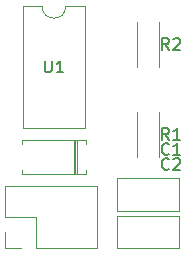
<source format=gto>
G04 #@! TF.GenerationSoftware,KiCad,Pcbnew,8.0.1-8.0.1-1~ubuntu22.04.1*
G04 #@! TF.CreationDate,2024-07-15T21:43:52-04:00*
G04 #@! TF.ProjectId,Clock_Addon,436c6f63-6b5f-4416-9464-6f6e2e6b6963,rev?*
G04 #@! TF.SameCoordinates,Original*
G04 #@! TF.FileFunction,Legend,Top*
G04 #@! TF.FilePolarity,Positive*
%FSLAX46Y46*%
G04 Gerber Fmt 4.6, Leading zero omitted, Abs format (unit mm)*
G04 Created by KiCad (PCBNEW 8.0.1-8.0.1-1~ubuntu22.04.1) date 2024-07-15 21:43:52*
%MOMM*%
%LPD*%
G01*
G04 APERTURE LIST*
%ADD10C,0.150000*%
%ADD11C,0.120000*%
%ADD12C,1.400000*%
%ADD13O,1.400000X1.400000*%
%ADD14R,1.800000X1.800000*%
%ADD15O,1.800000X1.800000*%
%ADD16C,1.600000*%
%ADD17O,1.600000X1.600000*%
%ADD18R,1.600000X1.600000*%
%ADD19R,1.700000X1.700000*%
%ADD20O,1.700000X1.700000*%
G04 APERTURE END LIST*
D10*
X142073333Y-45539819D02*
X141740000Y-45063628D01*
X141501905Y-45539819D02*
X141501905Y-44539819D01*
X141501905Y-44539819D02*
X141882857Y-44539819D01*
X141882857Y-44539819D02*
X141978095Y-44587438D01*
X141978095Y-44587438D02*
X142025714Y-44635057D01*
X142025714Y-44635057D02*
X142073333Y-44730295D01*
X142073333Y-44730295D02*
X142073333Y-44873152D01*
X142073333Y-44873152D02*
X142025714Y-44968390D01*
X142025714Y-44968390D02*
X141978095Y-45016009D01*
X141978095Y-45016009D02*
X141882857Y-45063628D01*
X141882857Y-45063628D02*
X141501905Y-45063628D01*
X142454286Y-44635057D02*
X142501905Y-44587438D01*
X142501905Y-44587438D02*
X142597143Y-44539819D01*
X142597143Y-44539819D02*
X142835238Y-44539819D01*
X142835238Y-44539819D02*
X142930476Y-44587438D01*
X142930476Y-44587438D02*
X142978095Y-44635057D01*
X142978095Y-44635057D02*
X143025714Y-44730295D01*
X143025714Y-44730295D02*
X143025714Y-44825533D01*
X143025714Y-44825533D02*
X142978095Y-44968390D01*
X142978095Y-44968390D02*
X142406667Y-45539819D01*
X142406667Y-45539819D02*
X143025714Y-45539819D01*
X142073333Y-54334580D02*
X142025714Y-54382200D01*
X142025714Y-54382200D02*
X141882857Y-54429819D01*
X141882857Y-54429819D02*
X141787619Y-54429819D01*
X141787619Y-54429819D02*
X141644762Y-54382200D01*
X141644762Y-54382200D02*
X141549524Y-54286961D01*
X141549524Y-54286961D02*
X141501905Y-54191723D01*
X141501905Y-54191723D02*
X141454286Y-54001247D01*
X141454286Y-54001247D02*
X141454286Y-53858390D01*
X141454286Y-53858390D02*
X141501905Y-53667914D01*
X141501905Y-53667914D02*
X141549524Y-53572676D01*
X141549524Y-53572676D02*
X141644762Y-53477438D01*
X141644762Y-53477438D02*
X141787619Y-53429819D01*
X141787619Y-53429819D02*
X141882857Y-53429819D01*
X141882857Y-53429819D02*
X142025714Y-53477438D01*
X142025714Y-53477438D02*
X142073333Y-53525057D01*
X143025714Y-54429819D02*
X142454286Y-54429819D01*
X142740000Y-54429819D02*
X142740000Y-53429819D01*
X142740000Y-53429819D02*
X142644762Y-53572676D01*
X142644762Y-53572676D02*
X142549524Y-53667914D01*
X142549524Y-53667914D02*
X142454286Y-53715533D01*
X131572095Y-46444819D02*
X131572095Y-47254342D01*
X131572095Y-47254342D02*
X131619714Y-47349580D01*
X131619714Y-47349580D02*
X131667333Y-47397200D01*
X131667333Y-47397200D02*
X131762571Y-47444819D01*
X131762571Y-47444819D02*
X131953047Y-47444819D01*
X131953047Y-47444819D02*
X132048285Y-47397200D01*
X132048285Y-47397200D02*
X132095904Y-47349580D01*
X132095904Y-47349580D02*
X132143523Y-47254342D01*
X132143523Y-47254342D02*
X132143523Y-46444819D01*
X133143523Y-47444819D02*
X132572095Y-47444819D01*
X132857809Y-47444819D02*
X132857809Y-46444819D01*
X132857809Y-46444819D02*
X132762571Y-46587676D01*
X132762571Y-46587676D02*
X132667333Y-46682914D01*
X132667333Y-46682914D02*
X132572095Y-46730533D01*
X142073333Y-53159819D02*
X141740000Y-52683628D01*
X141501905Y-53159819D02*
X141501905Y-52159819D01*
X141501905Y-52159819D02*
X141882857Y-52159819D01*
X141882857Y-52159819D02*
X141978095Y-52207438D01*
X141978095Y-52207438D02*
X142025714Y-52255057D01*
X142025714Y-52255057D02*
X142073333Y-52350295D01*
X142073333Y-52350295D02*
X142073333Y-52493152D01*
X142073333Y-52493152D02*
X142025714Y-52588390D01*
X142025714Y-52588390D02*
X141978095Y-52636009D01*
X141978095Y-52636009D02*
X141882857Y-52683628D01*
X141882857Y-52683628D02*
X141501905Y-52683628D01*
X143025714Y-53159819D02*
X142454286Y-53159819D01*
X142740000Y-53159819D02*
X142740000Y-52159819D01*
X142740000Y-52159819D02*
X142644762Y-52302676D01*
X142644762Y-52302676D02*
X142549524Y-52397914D01*
X142549524Y-52397914D02*
X142454286Y-52445533D01*
X142073333Y-55604580D02*
X142025714Y-55652200D01*
X142025714Y-55652200D02*
X141882857Y-55699819D01*
X141882857Y-55699819D02*
X141787619Y-55699819D01*
X141787619Y-55699819D02*
X141644762Y-55652200D01*
X141644762Y-55652200D02*
X141549524Y-55556961D01*
X141549524Y-55556961D02*
X141501905Y-55461723D01*
X141501905Y-55461723D02*
X141454286Y-55271247D01*
X141454286Y-55271247D02*
X141454286Y-55128390D01*
X141454286Y-55128390D02*
X141501905Y-54937914D01*
X141501905Y-54937914D02*
X141549524Y-54842676D01*
X141549524Y-54842676D02*
X141644762Y-54747438D01*
X141644762Y-54747438D02*
X141787619Y-54699819D01*
X141787619Y-54699819D02*
X141882857Y-54699819D01*
X141882857Y-54699819D02*
X142025714Y-54747438D01*
X142025714Y-54747438D02*
X142073333Y-54795057D01*
X142454286Y-54795057D02*
X142501905Y-54747438D01*
X142501905Y-54747438D02*
X142597143Y-54699819D01*
X142597143Y-54699819D02*
X142835238Y-54699819D01*
X142835238Y-54699819D02*
X142930476Y-54747438D01*
X142930476Y-54747438D02*
X142978095Y-54795057D01*
X142978095Y-54795057D02*
X143025714Y-54890295D01*
X143025714Y-54890295D02*
X143025714Y-54985533D01*
X143025714Y-54985533D02*
X142978095Y-55128390D01*
X142978095Y-55128390D02*
X142406667Y-55699819D01*
X142406667Y-55699819D02*
X143025714Y-55699819D01*
D11*
X139415000Y-43165000D02*
X139415000Y-47005000D01*
X141255000Y-43165000D02*
X141255000Y-47005000D01*
X129614000Y-53140000D02*
X129614000Y-53470000D01*
X129614000Y-56080000D02*
X129614000Y-55750000D01*
X134034000Y-56080000D02*
X134034000Y-53140000D01*
X134154000Y-56080000D02*
X134154000Y-53140000D01*
X134274000Y-56080000D02*
X134274000Y-53140000D01*
X135054000Y-53140000D02*
X129614000Y-53140000D01*
X135054000Y-53470000D02*
X135054000Y-53140000D01*
X135054000Y-55750000D02*
X135054000Y-56080000D01*
X135054000Y-56080000D02*
X129614000Y-56080000D01*
X137715000Y-56415000D02*
X137715000Y-59155000D01*
X137715000Y-56415000D02*
X142955000Y-56415000D01*
X137715000Y-59155000D02*
X142955000Y-59155000D01*
X142955000Y-56415000D02*
X142955000Y-59155000D01*
X133344000Y-41860000D02*
G75*
G02*
X131344000Y-41860000I-1000000J0D01*
G01*
X134994000Y-52140000D02*
X134994000Y-41860000D01*
X134994000Y-41860000D02*
X133344000Y-41860000D01*
X131344000Y-41860000D02*
X129694000Y-41860000D01*
X129694000Y-52140000D02*
X134994000Y-52140000D01*
X129694000Y-41860000D02*
X129694000Y-52140000D01*
X128210000Y-57090000D02*
X135950000Y-57090000D01*
X128210000Y-59690000D02*
X128210000Y-57090000D01*
X128210000Y-62290000D02*
X128210000Y-60960000D01*
X129540000Y-62290000D02*
X128210000Y-62290000D01*
X130810000Y-59690000D02*
X128210000Y-59690000D01*
X130810000Y-62290000D02*
X130810000Y-59690000D01*
X130810000Y-62290000D02*
X135950000Y-62290000D01*
X135950000Y-62290000D02*
X135950000Y-57090000D01*
X139415000Y-50785000D02*
X139415000Y-54625000D01*
X141255000Y-50785000D02*
X141255000Y-54625000D01*
X137715000Y-62330000D02*
X137715000Y-59590000D01*
X142955000Y-59590000D02*
X137715000Y-59590000D01*
X142955000Y-62330000D02*
X137715000Y-62330000D01*
X142955000Y-62330000D02*
X142955000Y-59590000D01*
%LPC*%
D12*
X140335000Y-42545000D03*
D13*
X140335000Y-47625000D03*
D14*
X136144000Y-54610000D03*
D15*
X128524000Y-54610000D03*
D16*
X139085000Y-57785000D03*
X141585000Y-57785000D03*
D17*
X136154000Y-43190000D03*
X136154000Y-45730000D03*
X136154000Y-48270000D03*
X136154000Y-50810000D03*
X128534000Y-50810000D03*
X128534000Y-48270000D03*
X128534000Y-45730000D03*
D18*
X128534000Y-43190000D03*
D19*
X129540000Y-60960000D03*
D20*
X129540000Y-58420000D03*
X132080000Y-60960000D03*
X132080000Y-58420000D03*
X134620000Y-60960000D03*
X134620000Y-58420000D03*
D12*
X140335000Y-50165000D03*
D13*
X140335000Y-55245000D03*
D16*
X141585000Y-60960000D03*
X139085000Y-60960000D03*
%LPD*%
M02*

</source>
